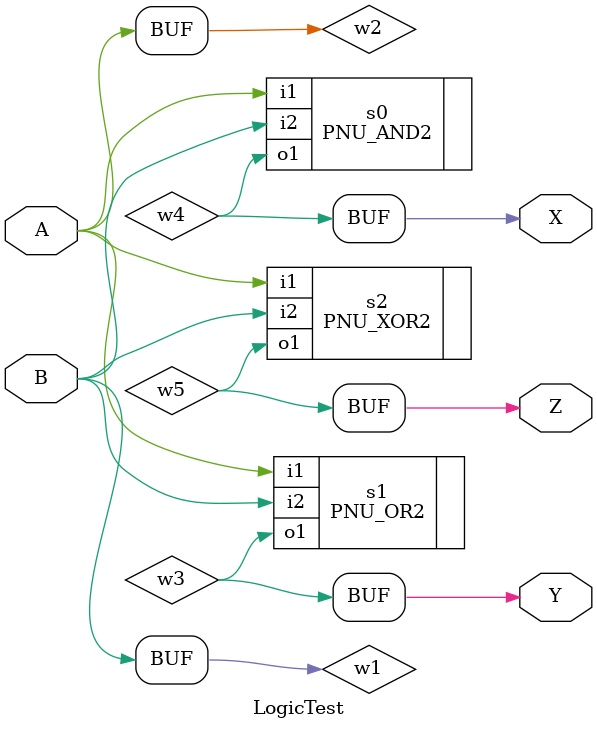
<source format=v>
	module LogicTest(A,B,X,Y,Z);

input A;
input B;
output X;
output Y;
output Z;

wire  w2;
wire  w1;
wire  w3;
wire  w4;
wire  w5;

assign w2 = A;
assign w1 = B;
assign X = w4;
assign Y = w3;
assign Z = w5;

PNU_AND2
     s0 (
      .i1(w2),
      .i2(w1),
      .o1(w4));

PNU_OR2
     s1 (
      .i1(w2),
      .i2(w1),
      .o1(w3));

PNU_XOR2
     s2 (
      .i1(w2),
      .i2(w1),
      .o1(w5));

endmodule


</source>
